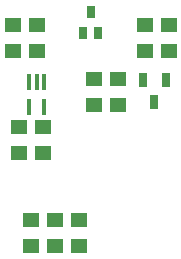
<source format=gbp>
G04*
G04 #@! TF.GenerationSoftware,Altium Limited,Altium Designer,22.5.1 (42)*
G04*
G04 Layer_Color=128*
%FSLAX44Y44*%
%MOMM*%
G71*
G04*
G04 #@! TF.SameCoordinates,17787B26-E186-4963-9846-AF576F25C51E*
G04*
G04*
G04 #@! TF.FilePolarity,Positive*
G04*
G01*
G75*
%ADD25R,1.4000X1.2000*%
%ADD47R,0.6500X1.3000*%
%ADD48R,0.4500X1.3500*%
%ADD49R,0.4000X1.3500*%
%ADD50R,0.8000X1.1000*%
D25*
X91440Y136320D02*
D03*
Y158320D02*
D03*
X167640Y301420D02*
D03*
Y323420D02*
D03*
X147320D02*
D03*
Y301420D02*
D03*
X104140Y277700D02*
D03*
Y255700D02*
D03*
X124460D02*
D03*
Y277700D02*
D03*
X60960Y237060D02*
D03*
Y215060D02*
D03*
X40640D02*
D03*
Y237060D02*
D03*
X55880Y323420D02*
D03*
Y301420D02*
D03*
X35560D02*
D03*
Y323420D02*
D03*
X50800Y136320D02*
D03*
Y158320D02*
D03*
X71120D02*
D03*
Y136320D02*
D03*
D47*
X146100Y276860D02*
D03*
X165100D02*
D03*
X155600Y257860D02*
D03*
D48*
X62380Y274660D02*
D03*
X49380D02*
D03*
X55880D02*
D03*
D49*
X62380Y253660D02*
D03*
X49380D02*
D03*
D50*
X101600Y334120D02*
D03*
X108100Y316120D02*
D03*
X95100D02*
D03*
M02*

</source>
